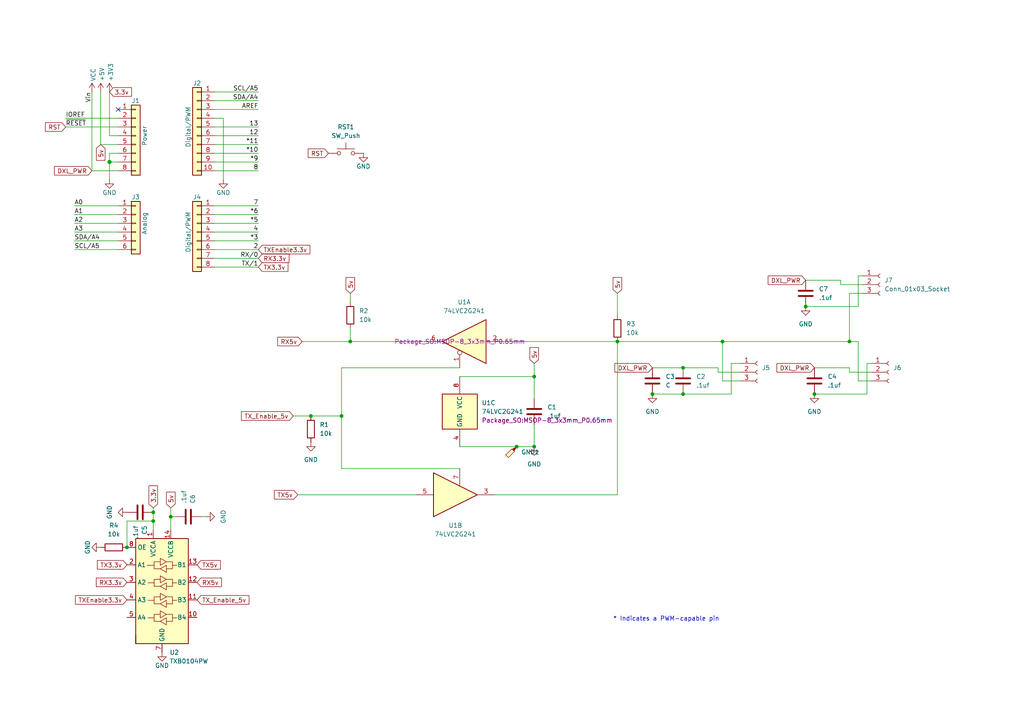
<source format=kicad_sch>
(kicad_sch (version 20231120) (generator "eeschema") (generator_version "8.0")
  (paper "A4")
  (title_block (date "mar. 31 mars 2015"))
  (lib_symbols
    (symbol "74xGxx:74LVC2G241"
      (property "Reference" "U" (at 2.54 5.08 0))
      (property "Value" "74LVC2G241" (at 2.54 -7.62 0))
      (symbol "74LVC2G241_1_1"
        (polyline (pts (xy -7.62 6.35) (xy -7.62 -6.35) (xy 5.08 0) (xy -7.62 6.35)) (stroke (width 0.254)) (fill (type background)))
        (pin input inverted (at 0 7.62 270) (length 5.08) (name "~") (number "1"))
        (pin input line (at -12.7 0 0) (length 5.08) (name "~") (number "2"))
        (pin tri_state line (at 10.16 0 180) (length 5.08) (name "~") (number "6"))
      )
      (symbol "74LVC2G241_2_1"
        (polyline (pts (xy -7.62 6.35) (xy -7.62 -6.35) (xy 5.08 0) (xy -7.62 6.35)) (stroke (width 0.254)) (fill (type background)))
        (pin tri_state line (at 10.16 0 180) (length 5.08) (name "~") (number "3"))
        (pin input line (at -12.7 0 0) (length 5.08) (name "~") (number "5"))
        (pin input line (at 0 7.62 270) (length 5.08) (name "~") (number "7"))
      )
      (symbol "74LVC2G241_3_0"
        (rectangle (start -5.08 -5.08) (end 5.08 5.08) (stroke (width 0.254)) (fill (type background)))
      )
      (symbol "74LVC2G241_3_1"
        (pin power_in line (at 0 -10.16 90) (length 5.08) (name "GND") (number "4"))
        (pin power_in line (at 0 10.16 270) (length 5.08) (name "VCC") (number "8"))
      )
    )
    (symbol "Connector:Conn_01x03_Socket" (pin_names (offset 1.016) hide)
      (property "Reference" "J" (at 0 5.08 0))
      (property "Value" "Conn_01x03_Socket" (at 0 -5.08 0))
      (symbol "Conn_01x03_Socket_1_1"
        (arc (start 0 -2.032) (mid -0.5058 -2.54) (end 0 -3.048) (stroke (width 0.1524)))
        (polyline (pts (xy -1.27 -2.54) (xy -0.508 -2.54)) (stroke (width 0.1524)))
        (polyline (pts (xy -1.27 0) (xy -0.508 0)) (stroke (width 0.1524)))
        (polyline (pts (xy -1.27 2.54) (xy -0.508 2.54)) (stroke (width 0.1524)))
        (arc (start 0 0.508) (mid -0.5058 0) (end 0 -0.508) (stroke (width 0.1524)))
        (arc (start 0 3.048) (mid -0.5058 2.54) (end 0 2.032) (stroke (width 0.1524)))
        (pin passive line (at -5.08 2.54 0) (length 3.81) (name "Pin_1") (number "1"))
        (pin passive line (at -5.08 0 0) (length 3.81) (name "Pin_2") (number "2"))
        (pin passive line (at -5.08 -2.54 0) (length 3.81) (name "Pin_3") (number "3"))
      )
    )
    (symbol "Connector:TestPoint_Probe" (pin_numbers hide) (pin_names (offset 0.762) hide)
      (property "Reference" "TP" (at 1.651 5.842 0))
      (property "Value" "TestPoint_Probe" (at 1.651 4.064 0))
      (symbol "TestPoint_Probe_0_1"
        (polyline (pts (xy 1.27 0.762) (xy 0 0) (xy 0.762 1.27) (xy 1.27 0.762)) (fill (type outline)))
        (polyline (pts (xy 1.397 0.635) (xy 0.635 1.397) (xy 2.413 3.175) (xy 3.175 2.413) (xy 1.397 0.635)) (fill (type background)))
      )
      (symbol "TestPoint_Probe_1_1"
        (pin passive line (at 0 0 90) (length 0) (name "1") (number "1"))
      )
    )
    (symbol "Connector_Generic:Conn_01x06" (pin_names (offset 1.016) hide)
      (property "Reference" "J" (at 0 7.62 0))
      (property "Value" "Conn_01x06" (at 0 -10.16 0))
      (symbol "Conn_01x06_1_1"
        (rectangle (start -1.27 -7.493) (end 0 -7.747) (stroke (width 0.1524)))
        (rectangle (start -1.27 -4.953) (end 0 -5.207) (stroke (width 0.1524)))
        (rectangle (start -1.27 -2.413) (end 0 -2.667) (stroke (width 0.1524)))
        (rectangle (start -1.27 0.127) (end 0 -0.127) (stroke (width 0.1524)))
        (rectangle (start -1.27 2.667) (end 0 2.413) (stroke (width 0.1524)))
        (rectangle (start -1.27 5.207) (end 0 4.953) (stroke (width 0.1524)))
        (rectangle (start -1.27 6.35) (end 1.27 -8.89) (stroke (width 0.254)) (fill (type background)))
        (pin passive line (at -5.08 5.08 0) (length 3.81) (name "Pin_1") (number "1"))
        (pin passive line (at -5.08 2.54 0) (length 3.81) (name "Pin_2") (number "2"))
        (pin passive line (at -5.08 0 0) (length 3.81) (name "Pin_3") (number "3"))
        (pin passive line (at -5.08 -2.54 0) (length 3.81) (name "Pin_4") (number "4"))
        (pin passive line (at -5.08 -5.08 0) (length 3.81) (name "Pin_5") (number "5"))
        (pin passive line (at -5.08 -7.62 0) (length 3.81) (name "Pin_6") (number "6"))
      )
    )
    (symbol "Connector_Generic:Conn_01x08" (pin_names (offset 1.016) hide)
      (property "Reference" "J" (at 0 10.16 0))
      (property "Value" "Conn_01x08" (at 0 -12.7 0))
      (symbol "Conn_01x08_1_1"
        (rectangle (start -1.27 -10.033) (end 0 -10.287) (stroke (width 0.1524)))
        (rectangle (start -1.27 -7.493) (end 0 -7.747) (stroke (width 0.1524)))
        (rectangle (start -1.27 -4.953) (end 0 -5.207) (stroke (width 0.1524)))
        (rectangle (start -1.27 -2.413) (end 0 -2.667) (stroke (width 0.1524)))
        (rectangle (start -1.27 0.127) (end 0 -0.127) (stroke (width 0.1524)))
        (rectangle (start -1.27 2.667) (end 0 2.413) (stroke (width 0.1524)))
        (rectangle (start -1.27 5.207) (end 0 4.953) (stroke (width 0.1524)))
        (rectangle (start -1.27 7.747) (end 0 7.493) (stroke (width 0.1524)))
        (rectangle (start -1.27 8.89) (end 1.27 -11.43) (stroke (width 0.254)) (fill (type background)))
        (pin passive line (at -5.08 7.62 0) (length 3.81) (name "Pin_1") (number "1"))
        (pin passive line (at -5.08 5.08 0) (length 3.81) (name "Pin_2") (number "2"))
        (pin passive line (at -5.08 2.54 0) (length 3.81) (name "Pin_3") (number "3"))
        (pin passive line (at -5.08 0 0) (length 3.81) (name "Pin_4") (number "4"))
        (pin passive line (at -5.08 -2.54 0) (length 3.81) (name "Pin_5") (number "5"))
        (pin passive line (at -5.08 -5.08 0) (length 3.81) (name "Pin_6") (number "6"))
        (pin passive line (at -5.08 -7.62 0) (length 3.81) (name "Pin_7") (number "7"))
        (pin passive line (at -5.08 -10.16 0) (length 3.81) (name "Pin_8") (number "8"))
      )
    )
    (symbol "Connector_Generic:Conn_01x10" (pin_names (offset 1.016) hide)
      (property "Reference" "J" (at 0 12.7 0))
      (property "Value" "Conn_01x10" (at 0 -15.24 0))
      (symbol "Conn_01x10_1_1"
        (rectangle (start -1.27 -12.573) (end 0 -12.827) (stroke (width 0.1524)))
        (rectangle (start -1.27 -10.033) (end 0 -10.287) (stroke (width 0.1524)))
        (rectangle (start -1.27 -7.493) (end 0 -7.747) (stroke (width 0.1524)))
        (rectangle (start -1.27 -4.953) (end 0 -5.207) (stroke (width 0.1524)))
        (rectangle (start -1.27 -2.413) (end 0 -2.667) (stroke (width 0.1524)))
        (rectangle (start -1.27 0.127) (end 0 -0.127) (stroke (width 0.1524)))
        (rectangle (start -1.27 2.667) (end 0 2.413) (stroke (width 0.1524)))
        (rectangle (start -1.27 5.207) (end 0 4.953) (stroke (width 0.1524)))
        (rectangle (start -1.27 7.747) (end 0 7.493) (stroke (width 0.1524)))
        (rectangle (start -1.27 10.287) (end 0 10.033) (stroke (width 0.1524)))
        (rectangle (start -1.27 11.43) (end 1.27 -13.97) (stroke (width 0.254)) (fill (type background)))
        (pin passive line (at -5.08 10.16 0) (length 3.81) (name "Pin_1") (number "1"))
        (pin passive line (at -5.08 -12.7 0) (length 3.81) (name "Pin_10") (number "10"))
        (pin passive line (at -5.08 7.62 0) (length 3.81) (name "Pin_2") (number "2"))
        (pin passive line (at -5.08 5.08 0) (length 3.81) (name "Pin_3") (number "3"))
        (pin passive line (at -5.08 2.54 0) (length 3.81) (name "Pin_4") (number "4"))
        (pin passive line (at -5.08 0 0) (length 3.81) (name "Pin_5") (number "5"))
        (pin passive line (at -5.08 -2.54 0) (length 3.81) (name "Pin_6") (number "6"))
        (pin passive line (at -5.08 -5.08 0) (length 3.81) (name "Pin_7") (number "7"))
        (pin passive line (at -5.08 -7.62 0) (length 3.81) (name "Pin_8") (number "8"))
        (pin passive line (at -5.08 -10.16 0) (length 3.81) (name "Pin_9") (number "9"))
      )
    )
    (symbol "Device:C" (pin_numbers hide) (pin_names (offset 0.254))
      (property "Reference" "C" (at 0.635 2.54 0))
      (property "Value" "C" (at 0.635 -2.54 0))
      (symbol "C_0_1"
        (polyline (pts (xy -2.032 -0.762) (xy 2.032 -0.762)) (stroke (width 0.508)))
        (polyline (pts (xy -2.032 0.762) (xy 2.032 0.762)) (stroke (width 0.508)))
      )
      (symbol "C_1_1"
        (pin passive line (at 0 3.81 270) (length 2.794) (name "~") (number "1"))
        (pin passive line (at 0 -3.81 90) (length 2.794) (name "~") (number "2"))
      )
    )
    (symbol "Device:R" (pin_numbers hide) (pin_names (offset 0))
      (property "Reference" "R" (at 2.032 0 90))
      (property "Value" "R" (at 0 0 90))
      (symbol "R_0_1"
        (rectangle (start -1.016 -2.54) (end 1.016 2.54) (stroke (width 0.254)))
      )
      (symbol "R_1_1"
        (pin passive line (at 0 3.81 270) (length 1.27) (name "~") (number "1"))
        (pin passive line (at 0 -3.81 90) (length 1.27) (name "~") (number "2"))
      )
    )
    (symbol "GND_1" (power) (pin_numbers hide) (pin_names (offset 0) hide)
      (property "Value" "GND" (at 0 -3.81 0))
      (symbol "GND_1_0_1"
        (polyline (pts (xy 0 0) (xy 0 -1.27) (xy 1.27 -1.27) (xy 0 -2.54) (xy -1.27 -1.27) (xy 0 -1.27)))
      )
      (symbol "GND_1_1_1"
        (pin power_in line (at 0 0 270) (length 0) (name "~") (number "1"))
      )
    )
    (symbol "GND_2" (power) (pin_numbers hide) (pin_names (offset 0) hide)
      (property "Value" "GND" (at 0 -3.81 0))
      (symbol "GND_2_0_1"
        (polyline (pts (xy 0 0) (xy 0 -1.27) (xy 1.27 -1.27) (xy 0 -2.54) (xy -1.27 -1.27) (xy 0 -1.27)))
      )
      (symbol "GND_2_1_1"
        (pin power_in line (at 0 0 270) (length 0) (name "~") (number "1"))
      )
    )
    (symbol "GND_3" (power) (pin_numbers hide) (pin_names (offset 0) hide)
      (property "Value" "GND" (at 0 -3.81 0))
      (symbol "GND_3_0_1"
        (polyline (pts (xy 0 0) (xy 0 -1.27) (xy 1.27 -1.27) (xy 0 -2.54) (xy -1.27 -1.27) (xy 0 -1.27)))
      )
      (symbol "GND_3_1_1"
        (pin power_in line (at 0 0 270) (length 0) (name "~") (number "1"))
      )
    )
    (symbol "Logic_LevelTranslator:TXB0104PW"
      (property "Reference" "U" (at -6.35 16.51 0))
      (property "Value" "TXB0104PW" (at 3.81 16.51 0))
      (symbol "TXB0104PW_0_1"
        (rectangle (start -7.62 -15.24) (end -7.62 -12.7) (stroke (width 0.254)))
        (rectangle (start -7.62 15.24) (end 7.62 -15.24) (stroke (width 0.254)) (fill (type background)))
        (polyline (pts (xy -2.286 -7.747) (xy -2.286 -6.731) (xy -0.508 -6.731)))
        (polyline (pts (xy -2.286 -2.667) (xy -2.286 -1.651) (xy -0.508 -1.651)))
        (polyline (pts (xy -2.286 2.413) (xy -2.286 3.429) (xy -0.508 3.429)))
        (polyline (pts (xy -2.286 7.493) (xy -2.286 8.509) (xy -0.508 8.509)))
        (polyline (pts (xy 3.048 -7.747) (xy 3.048 -8.763) (xy 1.27 -8.763)))
        (polyline (pts (xy 3.048 -2.667) (xy 3.048 -3.683) (xy 1.27 -3.683)))
        (polyline (pts (xy 3.048 2.413) (xy 3.048 1.397) (xy 1.27 1.397)))
        (polyline (pts (xy 3.048 7.493) (xy 3.048 6.477) (xy 1.27 6.477)))
        (polyline (pts (xy -0.508 -8.763) (xy -2.286 -8.763) (xy -2.286 -7.747) (xy -4.064 -7.747)))
        (polyline (pts (xy -0.508 -8.763) (xy 1.27 -7.747) (xy 1.27 -9.779) (xy -0.508 -8.763)))
        (polyline (pts (xy -0.508 -3.683) (xy -2.286 -3.683) (xy -2.286 -2.667) (xy -4.064 -2.667)))
        (polyline (pts (xy -0.508 -3.683) (xy 1.27 -2.667) (xy 1.27 -4.699) (xy -0.508 -3.683)))
        (polyline (pts (xy -0.508 1.397) (xy -2.286 1.397) (xy -2.286 2.413) (xy -4.064 2.413)))
        (polyline (pts (xy -0.508 1.397) (xy 1.27 2.413) (xy 1.27 0.381) (xy -0.508 1.397)))
        (polyline (pts (xy -0.508 6.477) (xy -2.286 6.477) (xy -2.286 7.493) (xy -4.318 7.493)))
        (polyline (pts (xy -0.508 6.477) (xy 1.27 7.493) (xy 1.27 5.461) (xy -0.508 6.477)))
        (polyline (pts (xy 1.27 -6.731) (xy -0.508 -7.747) (xy -0.508 -5.715) (xy 1.27 -6.731)))
        (polyline (pts (xy 1.27 -6.731) (xy 3.048 -6.731) (xy 3.048 -7.747) (xy 4.318 -7.747)))
        (polyline (pts (xy 1.27 -1.651) (xy -0.508 -2.667) (xy -0.508 -0.635) (xy 1.27 -1.651)))
        (polyline (pts (xy 1.27 -1.651) (xy 3.048 -1.651) (xy 3.048 -2.667) (xy 4.318 -2.667)))
        (polyline (pts (xy 1.27 3.429) (xy -0.508 2.413) (xy -0.508 4.445) (xy 1.27 3.429)))
        (polyline (pts (xy 1.27 3.429) (xy 3.048 3.429) (xy 3.048 2.413) (xy 4.318 2.413)))
        (polyline (pts (xy 1.27 8.509) (xy -0.508 7.493) (xy -0.508 9.525) (xy 1.27 8.509)))
        (polyline (pts (xy 1.27 8.509) (xy 3.048 8.509) (xy 3.048 7.493) (xy 4.318 7.493)))
      )
      (symbol "TXB0104PW_1_1"
        (pin power_in line (at -2.54 17.78 270) (length 2.54) (name "VCCA") (number "1"))
        (pin bidirectional line (at 10.16 -7.62 180) (length 2.54) (name "B4") (number "10"))
        (pin bidirectional line (at 10.16 -2.54 180) (length 2.54) (name "B3") (number "11"))
        (pin bidirectional line (at 10.16 2.54 180) (length 2.54) (name "B2") (number "12"))
        (pin bidirectional line (at 10.16 7.62 180) (length 2.54) (name "B1") (number "13"))
        (pin power_in line (at 2.54 17.78 270) (length 2.54) (name "VCCB") (number "14"))
        (pin bidirectional line (at -10.16 7.62 0) (length 2.54) (name "A1") (number "2"))
        (pin bidirectional line (at -10.16 2.54 0) (length 2.54) (name "A2") (number "3"))
        (pin bidirectional line (at -10.16 -2.54 0) (length 2.54) (name "A3") (number "4"))
        (pin bidirectional line (at -10.16 -7.62 0) (length 2.54) (name "A4") (number "5"))
        (pin no_connect line (at -7.62 -12.7 0) (length 2.54) hide (name "NC") (number "6"))
        (pin power_in line (at 0 -17.78 90) (length 2.54) (name "GND") (number "7"))
        (pin input line (at -10.16 12.7 0) (length 2.54) (name "OE") (number "8"))
        (pin no_connect line (at 7.62 -12.7 180) (length 2.54) hide (name "NC") (number "9"))
      )
    )
    (symbol "Switch:SW_Push" (pin_numbers hide) (pin_names (offset 1.016) hide)
      (property "Reference" "SW" (at 1.27 2.54 0))
      (property "Value" "SW_Push" (at 0 -1.524 0))
      (symbol "SW_Push_0_1"
        (circle (center -2.032 0) (radius 0.508))
        (polyline (pts (xy 0 1.27) (xy 0 3.048)))
        (polyline (pts (xy 2.54 1.27) (xy -2.54 1.27)))
        (circle (center 2.032 0) (radius 0.508))
        (pin passive line (at -5.08 0 0) (length 2.54) (name "1") (number "1"))
        (pin passive line (at 5.08 0 180) (length 2.54) (name "2") (number "2"))
      )
    )
    (symbol "power:+3V3" (power) (pin_names (offset 0))
      (property "Value" "+3V3" (at 0 3.556 0))
      (symbol "+3V3_0_1"
        (polyline (pts (xy -0.762 1.27) (xy 0 2.54)))
        (polyline (pts (xy 0 0) (xy 0 2.54)))
        (polyline (pts (xy 0 2.54) (xy 0.762 1.27)))
      )
      (symbol "+3V3_1_1"
        (pin power_in line (at 0 0 90) (length 0) hide (name "+3V3") (number "1"))
      )
    )
    (symbol "power:+5V" (power) (pin_names (offset 0))
      (property "Value" "+5V" (at 0 3.556 0))
      (symbol "+5V_0_1"
        (polyline (pts (xy -0.762 1.27) (xy 0 2.54)))
        (polyline (pts (xy 0 0) (xy 0 2.54)))
        (polyline (pts (xy 0 2.54) (xy 0.762 1.27)))
      )
      (symbol "+5V_1_1"
        (pin power_in line (at 0 0 90) (length 0) hide (name "+5V") (number "1"))
      )
    )
    (symbol "power:GND" (power) (pin_names (offset 0))
      (property "Value" "GND" (at 0 -3.81 0))
      (symbol "GND_0_1"
        (polyline (pts (xy 0 0) (xy 0 -1.27) (xy 1.27 -1.27) (xy 0 -2.54) (xy -1.27 -1.27) (xy 0 -1.27)))
      )
      (symbol "GND_1_1"
        (pin power_in line (at 0 0 270) (length 0) hide (name "GND") (number "1"))
      )
    )
    (symbol "power:VCC" (power) (pin_names (offset 0))
      (property "Value" "VCC" (at 0 3.81 0))
      (symbol "VCC_0_1"
        (polyline (pts (xy -0.762 1.27) (xy 0 2.54)))
        (polyline (pts (xy 0 0) (xy 0 2.54)))
        (polyline (pts (xy 0 2.54) (xy 0.762 1.27)))
      )
      (symbol "VCC_1_1"
        (pin power_in line (at 0 0 90) (length 0) hide (name "VCC") (number "1"))
      )
    )
  )
  (junction (at 233.68 88.9))
  (junction (at 154.94 109.22))
  (junction (at 154.94 129.54))
  (junction (at 49.53 149.86))
  (junction (at 44.45 148.59))
  (junction (at 246.38 99.06))
  (junction (at 236.22 114.3))
  (junction (at 44.45 151.13))
  (junction (at 31.75 46.99) (diameter 1.016))
  (junction (at 90.17 120.65))
  (junction (at 209.55 99.06))
  (junction (at 149.86 129.54))
  (junction (at 198.12 114.3))
  (junction (at 99.06 120.65))
  (junction (at 101.6 99.06))
  (junction (at 179.07 99.06))
  (junction (at 198.12 106.68))
  (junction (at 36.83 158.75))
  (junction (at 189.23 114.3))
  (no_connect (at 34.29 31.75))
  (wire (pts (xy 99.06 106.68) (xy 99.06 120.65)))
  (wire (pts (xy 62.23 44.45) (xy 74.93 44.45)))
  (wire (pts (xy 149.86 129.54) (xy 154.94 129.54)))
  (wire (pts (xy 36.83 151.13) (xy 44.45 151.13)))
  (wire (pts (xy 62.23 26.67) (xy 74.93 26.67)))
  (wire (pts (xy 154.94 105.41) (xy 154.94 109.22)))
  (wire (pts (xy 236.22 106.68) (xy 246.38 106.68)))
  (wire (pts (xy 99.06 135.89) (xy 133.35 135.89)))
  (wire (pts (xy 31.75 44.45) (xy 31.75 46.99)))
  (wire (pts (xy 214.63 107.95) (xy 208.28 107.95)))
  (wire (pts (xy 179.07 99.06) (xy 146.05 99.06)))
  (wire (pts (xy 101.6 85.09) (xy 101.6 87.63)))
  (wire (pts (xy 189.23 106.68) (xy 198.12 106.68)))
  (wire (pts (xy 21.59 72.39) (xy 34.29 72.39)))
  (wire (pts (xy 133.35 106.68) (xy 99.06 106.68)))
  (wire (pts (xy 31.75 26.67) (xy 31.75 39.37)))
  (wire (pts (xy 154.94 109.22) (xy 154.94 115.57)))
  (wire (pts (xy 49.53 149.86) (xy 49.53 153.67)))
  (wire (pts (xy 31.75 46.99) (xy 31.75 52.07)))
  (wire (pts (xy 49.53 149.86) (xy 50.8 149.86)))
  (wire (pts (xy 252.73 105.41) (xy 251.46 105.41)))
  (wire (pts (xy 31.75 39.37) (xy 34.29 39.37)))
  (wire (pts (xy 214.63 110.49) (xy 209.55 110.49)))
  (wire (pts (xy 29.21 41.91) (xy 34.29 41.91)))
  (wire (pts (xy 99.06 120.65) (xy 99.06 135.89)))
  (wire (pts (xy 29.21 26.67) (xy 29.21 41.91)))
  (wire (pts (xy 243.84 82.55) (xy 243.84 81.28)))
  (wire (pts (xy 209.55 110.49) (xy 209.55 99.06)))
  (wire (pts (xy 154.94 109.22) (xy 133.35 109.22)))
  (wire (pts (xy 85.09 120.65) (xy 90.17 120.65)))
  (wire (pts (xy 62.23 36.83) (xy 74.93 36.83)))
  (wire (pts (xy 62.23 59.69) (xy 74.93 59.69)))
  (wire (pts (xy 101.6 99.06) (xy 123.19 99.06)))
  (wire (pts (xy 34.29 59.69) (xy 21.59 59.69)))
  (wire (pts (xy 62.23 39.37) (xy 74.93 39.37)))
  (wire (pts (xy 250.19 82.55) (xy 243.84 82.55)))
  (wire (pts (xy 62.23 62.23) (xy 74.93 62.23)))
  (wire (pts (xy 208.28 107.95) (xy 208.28 106.68)))
  (wire (pts (xy 214.63 105.41) (xy 212.09 105.41)))
  (wire (pts (xy 58.42 149.86) (xy 59.69 149.86)))
  (wire (pts (xy 179.07 99.06) (xy 209.55 99.06)))
  (wire (pts (xy 208.28 106.68) (xy 198.12 106.68)))
  (wire (pts (xy 62.23 46.99) (xy 74.93 46.99)))
  (wire (pts (xy 133.35 129.54) (xy 149.86 129.54)))
  (wire (pts (xy 62.23 67.31) (xy 74.93 67.31)))
  (wire (pts (xy 243.84 81.28) (xy 233.68 81.28)))
  (wire (pts (xy 250.19 85.09) (xy 246.38 85.09)))
  (wire (pts (xy 62.23 77.47) (xy 74.93 77.47)))
  (wire (pts (xy 246.38 85.09) (xy 246.38 99.06)))
  (wire (pts (xy 19.05 34.29) (xy 34.29 34.29)))
  (wire (pts (xy 252.73 110.49) (xy 248.92 110.49)))
  (wire (pts (xy 90.17 120.65) (xy 99.06 120.65)))
  (wire (pts (xy 44.45 147.32) (xy 44.45 148.59)))
  (wire (pts (xy 179.07 143.51) (xy 179.07 99.06)))
  (wire (pts (xy 250.19 80.01) (xy 248.92 80.01)))
  (wire (pts (xy 209.55 99.06) (xy 246.38 99.06)))
  (wire (pts (xy 64.77 34.29) (xy 64.77 52.07)))
  (wire (pts (xy 62.23 31.75) (xy 74.93 31.75)))
  (wire (pts (xy 251.46 105.41) (xy 251.46 114.3)))
  (wire (pts (xy 34.29 64.77) (xy 21.59 64.77)))
  (wire (pts (xy 19.05 36.83) (xy 34.29 36.83)))
  (wire (pts (xy 34.29 46.99) (xy 31.75 46.99)))
  (wire (pts (xy 212.09 114.3) (xy 198.12 114.3)))
  (wire (pts (xy 248.92 88.9) (xy 233.68 88.9)))
  (wire (pts (xy 248.92 110.49) (xy 248.92 99.06)))
  (wire (pts (xy 34.29 49.53) (xy 26.67 49.53)))
  (wire (pts (xy 87.63 99.06) (xy 101.6 99.06)))
  (wire (pts (xy 21.59 62.23) (xy 34.29 62.23)))
  (wire (pts (xy 252.73 107.95) (xy 246.38 107.95)))
  (wire (pts (xy 86.36 143.51) (xy 120.65 143.51)))
  (wire (pts (xy 251.46 114.3) (xy 236.22 114.3)))
  (wire (pts (xy 246.38 99.06) (xy 248.92 99.06)))
  (wire (pts (xy 62.23 34.29) (xy 64.77 34.29)))
  (wire (pts (xy 44.45 151.13) (xy 44.45 153.67)))
  (wire (pts (xy 34.29 44.45) (xy 31.75 44.45)))
  (wire (pts (xy 248.92 80.01) (xy 248.92 88.9)))
  (wire (pts (xy 62.23 41.91) (xy 74.93 41.91)))
  (wire (pts (xy 101.6 95.25) (xy 101.6 99.06)))
  (wire (pts (xy 62.23 64.77) (xy 74.93 64.77)))
  (wire (pts (xy 21.59 67.31) (xy 34.29 67.31)))
  (wire (pts (xy 49.53 147.32) (xy 49.53 149.86)))
  (wire (pts (xy 154.94 129.54) (xy 154.94 123.19)))
  (wire (pts (xy 189.23 114.3) (xy 198.12 114.3)))
  (wire (pts (xy 62.23 29.21) (xy 74.93 29.21)))
  (wire (pts (xy 143.51 143.51) (xy 179.07 143.51)))
  (wire (pts (xy 212.09 105.41) (xy 212.09 114.3)))
  (wire (pts (xy 62.23 72.39) (xy 74.93 72.39)))
  (wire (pts (xy 62.23 69.85) (xy 74.93 69.85)))
  (wire (pts (xy 36.83 158.75) (xy 36.83 151.13)))
  (wire (pts (xy 44.45 148.59) (xy 44.45 151.13)))
  (wire (pts (xy 62.23 74.93) (xy 74.93 74.93)))
  (wire (pts (xy 26.67 26.67) (xy 26.67 49.53)))
  (wire (pts (xy 34.29 69.85) (xy 21.59 69.85)))
  (wire (pts (xy 179.07 85.09) (xy 179.07 91.44)))
  (wire (pts (xy 62.23 49.53) (xy 74.93 49.53)))
  (wire (pts (xy 246.38 107.95) (xy 246.38 106.68)))
  (text "* Indicates a PWM-capable pin" (at 177.8 180.34 0) (effects (font (size 1.27 1.27)) (justify left bottom)))
  (label "A2" (at 21.59 64.77 0))
  (label "4" (at 74.93 67.31 180))
  (label "2" (at 74.93 72.39 180))
  (label "A3" (at 21.59 67.31 0))
  (label "13" (at 74.93 36.83 180))
  (label "12" (at 74.93 39.37 180))
  (label "~{RESET}" (at 19.05 36.83 0))
  (label "RX{slash}0" (at 74.93 74.93 180))
  (label "*10" (at 74.93 44.45 180))
  (label "7" (at 74.93 59.69 180))
  (label "SDA{slash}A4" (at 74.93 29.21 180))
  (label "8" (at 74.93 49.53 180))
  (label "TX{slash}1" (at 74.93 77.47 180))
  (label "*11" (at 74.93 41.91 180))
  (label "*3" (at 74.93 69.85 180))
  (label "A1" (at 21.59 62.23 0))
  (label "A0" (at 21.59 59.69 0))
  (label "AREF" (at 74.93 31.75 180))
  (label "Vin" (at 26.67 26.67 270))
  (label "*6" (at 74.93 62.23 180))
  (label "SCL{slash}A5" (at 74.93 26.67 180))
  (label "*9" (at 74.93 46.99 180))
  (label "*5" (at 74.93 64.77 180))
  (label "IOREF" (at 19.05 34.29 0))
  (label "SDA{slash}A4" (at 21.59 69.85 0))
  (label "SCL{slash}A5" (at 21.59 72.39 0))
  (global_label "TX_Enable_5v" (shape input) (at 85.09 120.65 180) (property "Intersheetrefs" "${INTERSHEET_REFS}" (effects (hide yes))))
  (global_label "RX5v" (shape input) (at 57.15 168.91 0) (property "Intersheetrefs" "${INTERSHEET_REFS}" (effects (hide yes))))
  (global_label "TXEnable3.3v" (shape input) (at 36.83 173.99 180) (property "Intersheetrefs" "${INTERSHEET_REFS}" (effects (hide yes))))
  (global_label "3.3v" (shape input) (at 44.45 147.32 90) (property "Intersheetrefs" "${INTERSHEET_REFS}" (effects (hide yes))))
  (global_label "TX3.3v" (shape input) (at 74.93 77.47 0) (property "Intersheetrefs" "${INTERSHEET_REFS}" (effects (hide yes))))
  (global_label "5v" (shape input) (at 29.21 41.91 270) (property "Intersheetrefs" "${INTERSHEET_REFS}" (effects (hide yes))))
  (global_label "5v" (shape input) (at 101.6 85.09 90) (property "Intersheetrefs" "${INTERSHEET_REFS}" (effects (hide yes))))
  (global_label "DXL_PWR" (shape input) (at 26.67 49.53 180) (property "Intersheetrefs" "${INTERSHEET_REFS}" (effects (hide yes))))
  (global_label "DXL_PWR" (shape input) (at 233.68 81.28 180) (property "Intersheetrefs" "${INTERSHEET_REFS}" (effects (hide yes))))
  (global_label "5v" (shape input) (at 49.53 147.32 90) (property "Intersheetrefs" "${INTERSHEET_REFS}" (effects (hide yes))))
  (global_label "TX_Enable_5v" (shape input) (at 57.15 173.99 0) (property "Intersheetrefs" "${INTERSHEET_REFS}" (effects (hide yes))))
  (global_label "3.3v" (shape input) (at 31.75 26.67 0) (property "Intersheetrefs" "${INTERSHEET_REFS}" (effects (hide yes))))
  (global_label "5v" (shape input) (at 154.94 105.41 90) (property "Intersheetrefs" "${INTERSHEET_REFS}" (effects (hide yes))))
  (global_label "TXEnable3.3v" (shape input) (at 74.93 72.39 0) (property "Intersheetrefs" "${INTERSHEET_REFS}" (effects (hide yes))))
  (global_label "DXL_PWR" (shape input) (at 189.23 106.68 180) (property "Intersheetrefs" "${INTERSHEET_REFS}" (effects (hide yes))))
  (global_label "RX5v" (shape input) (at 87.63 99.06 180) (property "Intersheetrefs" "${INTERSHEET_REFS}" (effects (hide yes))))
  (global_label "RST" (shape input) (at 95.25 44.45 180) (property "Intersheetrefs" "${INTERSHEET_REFS}" (effects (hide yes))))
  (global_label "RX3.3v" (shape input) (at 74.93 74.93 0) (property "Intersheetrefs" "${INTERSHEET_REFS}" (effects (hide yes))))
  (global_label "RST" (shape input) (at 19.05 36.83 180) (property "Intersheetrefs" "${INTERSHEET_REFS}" (effects (hide yes))))
  (global_label "DXL_PWR" (shape input) (at 236.22 106.68 180) (property "Intersheetrefs" "${INTERSHEET_REFS}" (effects (hide yes))))
  (global_label "TX3.3v" (shape input) (at 36.83 163.83 180) (property "Intersheetrefs" "${INTERSHEET_REFS}" (effects (hide yes))))
  (global_label "TX5v" (shape input) (at 86.36 143.51 180) (property "Intersheetrefs" "${INTERSHEET_REFS}" (effects (hide yes))))
  (global_label "TX5v" (shape input) (at 57.15 163.83 0) (property "Intersheetrefs" "${INTERSHEET_REFS}" (effects (hide yes))))
  (global_label "RX3.3v" (shape input) (at 36.83 168.91 180) (property "Intersheetrefs" "${INTERSHEET_REFS}" (effects (hide yes))))
  (global_label "5v" (shape input) (at 179.07 85.09 90) (property "Intersheetrefs" "${INTERSHEET_REFS}" (effects (hide yes))))
  (symbol (lib_id "Connector_Generic:Conn_01x08") (at 39.37 39.37 0) (unit 1)
    (property "Reference" "J1" (at 39.37 29.21 0))
    (property "Value" "Power" (at 41.91 39.37 90))
    (property "Footprint" "Connector_PinSocket_2.54mm:PinSocket_1x08_P2.54mm_Vertical" (effects (hide yes)))
  )
  (symbol (lib_id "power:+3V3") (at 31.75 26.67 0) (unit 1)
    (property "Reference" "#PWR03" (effects (hide yes)))
    (property "Value" "+3V3" (at 32.131 23.622 90) (effects (justify left)))
  )
  (symbol (lib_id "power:+5V") (at 29.21 26.67 0) (unit 1)
    (property "Reference" "#PWR02" (effects (hide yes)))
    (property "Value" "+5V" (at 29.5656 23.622 90) (effects (justify left)))
  )
  (symbol (lib_id "power:GND") (at 31.75 52.07 0) (unit 1)
    (property "Reference" "#PWR04" (effects (hide yes)))
    (property "Value" "GND" (at 31.75 55.88 0))
  )
  (symbol (lib_id "Connector_Generic:Conn_01x10") (at 57.15 36.83 0) (mirror y) (unit 1)
    (property "Reference" "J2" (at 57.15 24.13 0))
    (property "Value" "Digital/PWM" (at 54.61 36.83 90))
    (property "Footprint" "Connector_PinSocket_2.54mm:PinSocket_1x10_P2.54mm_Vertical" (effects (hide yes)))
  )
  (symbol (lib_id "power:GND") (at 64.77 52.07 0) (unit 1)
    (property "Reference" "#PWR05" (effects (hide yes)))
    (property "Value" "GND" (at 64.77 55.88 0))
  )
  (symbol (lib_id "Connector_Generic:Conn_01x06") (at 39.37 64.77 0) (unit 1)
    (property "Reference" "J3" (at 39.37 57.15 0))
    (property "Value" "Analog" (at 41.91 64.77 90))
    (property "Footprint" "Connector_PinSocket_2.54mm:PinSocket_1x06_P2.54mm_Vertical" (effects (hide yes)))
  )
  (symbol (lib_id "Connector_Generic:Conn_01x08") (at 57.15 67.31 0) (mirror y) (unit 1)
    (property "Reference" "J4" (at 57.15 57.15 0))
    (property "Value" "Digital/PWM" (at 54.61 67.31 90))
    (property "Footprint" "Connector_PinSocket_2.54mm:PinSocket_1x08_P2.54mm_Vertical" (effects (hide yes)))
  )
  (symbol (lib_name "GND_2") (lib_id "power:GND") (at 154.94 129.54 0) (unit 1)
    (property "Reference" "#PWR07" (effects (hide yes)))
    (property "Value" "GND" (at 154.94 134.62 0))
    (property "Description" "Power symbol creates a global label with name \"GND\" , ground" (effects (hide yes)))
  )
  (symbol (lib_id "power:GND") (at 29.21 158.75 270) (unit 1)
    (property "Reference" "#PWR010" (effects (hide yes)))
    (property "Value" "GND" (at 25.4 158.75 0))
  )
  (symbol (lib_id "Device:C") (at 189.23 110.49 0) (unit 1)
    (property "Reference" "C3" (at 193.04 109.2199 0) (effects (justify left)))
    (property "Value" "C" (at 193.04 111.7599 0) (effects (justify left)))
    (property "Footprint" "Capacitor_SMD:CP_Elec_8x6.2" (effects (hide yes)))
    (property "Description" "Unpolarized capacitor" (effects (hide yes)))
  )
  (symbol (lib_id "Device:C") (at 40.64 148.59 270) (unit 1)
    (property "Reference" "C5" (at 41.9101 152.4 0) (effects (justify left)))
    (property "Value" ".1uf" (at 39.3701 152.4 0) (effects (justify left)))
    (property "Footprint" "digikey-footprints:0805" (effects (hide yes)))
    (property "Description" "Unpolarized capacitor" (effects (hide yes)))
  )
  (symbol (lib_id "power:GND") (at 105.41 44.45 0) (unit 1)
    (property "Reference" "#PWR014" (effects (hide yes)))
    (property "Value" "GND" (at 105.41 48.26 0))
  )
  (symbol (lib_id "Device:R") (at 101.6 91.44 0) (unit 1)
    (property "Reference" "R2" (at 104.14 90.1699 0) (effects (justify left)))
    (property "Value" "10k" (at 104.14 92.7099 0) (effects (justify left)))
    (property "Footprint" "digikey-footprints:0805" (effects (hide yes)))
    (property "Description" "Resistor" (effects (hide yes)))
  )
  (symbol (lib_id "power:VCC") (at 26.67 26.67 0) (unit 1)
    (property "Reference" "#PWR01" (effects (hide yes)))
    (property "Value" "VCC" (at 27.051 23.622 90) (effects (justify left)))
  )
  (symbol (lib_id "74xGxx:74LVC2G241") (at 133.35 119.38 0) (unit 3)
    (property "Reference" "U1" (at 139.7 116.8399 0) (effects (justify left)))
    (property "Value" "74LVC2G241" (at 139.7 119.3799 0) (effects (justify left)))
    (property "Footprint" "Package_SO:MSOP-8_3x3mm_P0.65mm" (at 139.7 121.9199 0) (effects (justify left)))
    (property "Datasheet" "http://www.ti.com/lit/sg/scyt129e/scyt129e.pdf" (effects (hide yes)))
    (property "Description" "Dual Buffer Tri-State, Low-Voltage CMOS" (effects (hide yes)))
  )
  (symbol (lib_id "Device:C") (at 198.12 110.49 0) (unit 1)
    (property "Reference" "C2" (at 201.93 109.2199 0) (effects (justify left)))
    (property "Value" ".1uf" (at 201.93 111.7599 0) (effects (justify left)))
    (property "Footprint" "digikey-footprints:0805" (effects (hide yes)))
    (property "Description" "Unpolarized capacitor" (effects (hide yes)))
  )
  (symbol (lib_id "Logic_LevelTranslator:TXB0104PW") (at 46.99 171.45 0) (unit 1)
    (property "Reference" "U2" (at 49.1841 189.23 0) (effects (justify left)))
    (property "Value" "TXB0104PW" (at 49.1841 191.77 0) (effects (justify left)))
    (property "Footprint" "Package_SO:TSSOP-14_4.4x5mm_P0.65mm" (effects (hide yes)))
    (property "Datasheet" "http://www.ti.com/lit/ds/symlink/txb0104.pdf" (effects (hide yes)))
    (property "Description" "4-Bit Bidirectional Voltage-Level Translator, Auto Direction Sensing and ±15-kV ESD Protection, 1.2 - 3.6V APort, 1.65 - 5.5V BPort, TSSOP-14" (effects (hide yes)))
  )
  (symbol (lib_name "GND_1") (lib_id "power:GND") (at 90.17 128.27 0) (unit 1)
    (property "Reference" "#PWR06" (effects (hide yes)))
    (property "Value" "GND" (at 90.17 133.35 0))
    (property "Description" "Power symbol creates a global label with name \"GND\" , ground" (effects (hide yes)))
  )
  (symbol (lib_id "Device:R") (at 90.17 124.46 0) (unit 1)
    (property "Reference" "R1" (at 92.71 123.1899 0) (effects (justify left)))
    (property "Value" "10k" (at 92.71 125.7299 0) (effects (justify left)))
    (property "Footprint" "digikey-footprints:0805" (effects (hide yes)))
    (property "Description" "Resistor" (effects (hide yes)))
  )
  (symbol (lib_name "GND_3") (lib_id "power:GND") (at 189.23 114.3 0) (unit 1)
    (property "Reference" "#PWR08" (effects (hide yes)))
    (property "Value" "GND" (at 189.23 119.38 0))
    (property "Description" "Power symbol creates a global label with name \"GND\" , ground" (effects (hide yes)))
  )
  (symbol (lib_id "Device:C") (at 236.22 110.49 0) (unit 1)
    (property "Reference" "C4" (at 240.03 109.2199 0) (effects (justify left)))
    (property "Value" ".1uf" (at 240.03 111.7599 0) (effects (justify left)))
    (property "Footprint" "digikey-footprints:0805" (effects (hide yes)))
    (property "Description" "Unpolarized capacitor" (effects (hide yes)))
  )
  (symbol (lib_name "GND_3") (lib_id "power:GND") (at 236.22 114.3 0) (unit 1)
    (property "Reference" "#PWR09" (effects (hide yes)))
    (property "Value" "GND" (at 236.22 119.38 0))
    (property "Description" "Power symbol creates a global label with name \"GND\" , ground" (effects (hide yes)))
  )
  (symbol (lib_id "Device:R") (at 33.02 158.75 90) (unit 1)
    (property "Reference" "R4" (at 33.02 152.4 90))
    (property "Value" "10k" (at 33.02 154.94 90))
    (property "Footprint" "digikey-footprints:0805" (effects (hide yes)))
    (property "Description" "Resistor" (effects (hide yes)))
  )
  (symbol (lib_id "74xGxx:74LVC2G241") (at 133.35 143.51 0) (unit 2)
    (property "Reference" "U1" (at 132.08 152.4 0))
    (property "Value" "74LVC2G241" (at 132.08 154.94 0))
    (property "Footprint" "Package_SO:MSOP-8_3x3mm_P0.65mm" (effects (hide yes)))
    (property "Datasheet" "http://www.ti.com/lit/sg/scyt129e/scyt129e.pdf" (effects (hide yes)))
    (property "Description" "Dual Buffer Tri-State, Low-Voltage CMOS" (effects (hide yes)))
  )
  (symbol (lib_name "GND_2") (lib_id "power:GND") (at 36.83 148.59 270) (unit 1)
    (property "Reference" "#PWR012" (effects (hide yes)))
    (property "Value" "GND" (at 31.75 148.59 0))
    (property "Description" "Power symbol creates a global label with name \"GND\" , ground" (effects (hide yes)))
  )
  (symbol (lib_id "power:GND") (at 46.99 189.23 0) (mirror y) (unit 1)
    (property "Reference" "#PWR016" (effects (hide yes)))
    (property "Value" "GND" (at 46.99 193.04 0))
  )
  (symbol (lib_name "GND_2") (lib_id "power:GND") (at 59.69 149.86 90) (unit 1)
    (property "Reference" "#PWR013" (effects (hide yes)))
    (property "Value" "GND" (at 64.77 149.86 0))
    (property "Description" "Power symbol creates a global label with name \"GND\" , ground" (effects (hide yes)))
  )
  (symbol (lib_id "Device:C") (at 54.61 149.86 270) (mirror x) (unit 1)
    (property "Reference" "C6" (at 55.8801 146.05 0) (effects (justify left)))
    (property "Value" ".1uf" (at 53.3401 146.05 0) (effects (justify left)))
    (property "Footprint" "digikey-footprints:0805" (effects (hide yes)))
    (property "Description" "Unpolarized capacitor" (effects (hide yes)))
  )
  (symbol (lib_name "GND_3") (lib_id "power:GND") (at 233.68 88.9 0) (unit 1)
    (property "Reference" "#PWR015" (effects (hide yes)))
    (property "Value" "GND" (at 233.68 93.98 0))
    (property "Description" "Power symbol creates a global label with name \"GND\" , ground" (effects (hide yes)))
  )
  (symbol (lib_id "Connector:TestPoint_Probe") (at 149.86 129.54 180) (unit 1)
    (property "Reference" "GND1" (at 151.13 131.1274 0) (effects (justify right)))
    (property "Value" "TestPoint_Probe" (effects (hide yes)))
    (property "Footprint" "TestPoint:TestPoint_Pad_1.0x1.0mm" (effects (hide yes)))
    (property "Description" "test point (alternative probe-style design)" (effects (hide yes)))
  )
  (symbol (lib_id "Connector:Conn_01x03_Socket") (at 219.71 107.95 0) (unit 1)
    (property "Reference" "J5" (at 220.98 106.6799 0) (effects (justify left)))
    (property "Value" "Conn_01x03_Socket" (effects (hide yes)))
    (property "Footprint" "Connector_JST:JST_EH_B3B-EH-A_1x03_P2.50mm_Vertical" (effects (hide yes)))
    (property "Description" "Generic connector, single row, 01x03, script generated" (effects (hide yes)))
  )
  (symbol (lib_id "74xGxx:74LVC2G241") (at 133.35 99.06 180) (unit 1)
    (property "Reference" "U1" (at 134.62 87.63 0))
    (property "Value" "74LVC2G241" (at 134.62 90.17 0))
    (property "Footprint" "Package_SO:MSOP-8_3x3mm_P0.65mm" (at 133.35 99.06 0))
    (property "Datasheet" "http://www.ti.com/lit/sg/scyt129e/scyt129e.pdf" (effects (hide yes)))
    (property "Description" "Dual Buffer Tri-State, Low-Voltage CMOS" (effects (hide yes)))
  )
  (symbol (lib_id "Device:R") (at 179.07 95.25 0) (unit 1)
    (property "Reference" "R3" (at 181.61 93.9799 0) (effects (justify left)))
    (property "Value" "10k" (at 181.61 96.5199 0) (effects (justify left)))
    (property "Footprint" "digikey-footprints:0805" (effects (hide yes)))
    (property "Description" "Resistor" (effects (hide yes)))
  )
  (symbol (lib_id "Device:C") (at 233.68 85.09 0) (unit 1)
    (property "Reference" "C7" (at 237.49 83.8199 0) (effects (justify left)))
    (property "Value" ".1uf" (at 237.49 86.3599 0) (effects (justify left)))
    (property "Footprint" "digikey-footprints:0805" (effects (hide yes)))
    (property "Description" "Unpolarized capacitor" (effects (hide yes)))
  )
  (symbol (lib_id "Connector:Conn_01x03_Socket") (at 257.81 107.95 0) (unit 1)
    (property "Reference" "J6" (at 259.08 106.6799 0) (effects (justify left)))
    (property "Value" "Conn_01x03_Socket" (effects (hide yes)))
    (property "Footprint" "Connector_JST:JST_EH_B3B-EH-A_1x03_P2.50mm_Vertical" (effects (hide yes)))
    (property "Description" "Generic connector, single row, 01x03, script generated" (effects (hide yes)))
  )
  (symbol (lib_id "Device:C") (at 154.94 119.38 0) (unit 1)
    (property "Reference" "C1" (at 158.75 118.1099 0) (effects (justify left)))
    (property "Value" ".1uf" (at 158.75 120.6499 0) (effects (justify left)))
    (property "Footprint" "digikey-footprints:0805" (effects (hide yes)))
    (property "Description" "Unpolarized capacitor" (effects (hide yes)))
  )
  (symbol (lib_id "Switch:SW_Push") (at 100.33 44.45 0) (unit 1)
    (property "Reference" "RST1" (at 100.33 36.83 0))
    (property "Value" "SW_Push" (at 100.33 39.37 0))
    (property "Footprint" "Button_Switch_SMD:SW_Tactile_SPST_NO_Straight_CK_PTS636Sx25SMTRLFS" (effects (hide yes)))
    (property "Description" "Push button switch, generic, two pins" (effects (hide yes)))
  )
  (symbol (lib_id "Connector:Conn_01x03_Socket") (at 255.27 82.55 0) (unit 1)
    (property "Reference" "J7" (at 256.54 81.2799 0) (effects (justify left)))
    (property "Value" "Conn_01x03_Socket" (at 256.54 83.8199 0) (effects (justify left)))
    (property "Footprint" "Connector_JST:JST_EH_B3B-EH-A_1x03_P2.50mm_Vertical" (effects (hide yes)))
    (property "Description" "Generic connector, single row, 01x03, script generated" (effects (hide yes)))
  )
)
</source>
